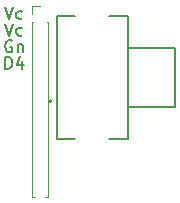
<source format=gbr>
%TF.GenerationSoftware,KiCad,Pcbnew,7.0.5-0*%
%TF.CreationDate,2023-06-18T22:27:15-04:00*%
%TF.ProjectId,esp_connectors,6573705f-636f-46e6-9e65-63746f72732e,rev?*%
%TF.SameCoordinates,Original*%
%TF.FileFunction,Legend,Top*%
%TF.FilePolarity,Positive*%
%FSLAX46Y46*%
G04 Gerber Fmt 4.6, Leading zero omitted, Abs format (unit mm)*
G04 Created by KiCad (PCBNEW 7.0.5-0) date 2023-06-18 22:27:15*
%MOMM*%
%LPD*%
G01*
G04 APERTURE LIST*
%ADD10C,0.150000*%
%ADD11C,0.120000*%
%ADD12C,0.127000*%
%ADD13C,0.200000*%
G04 APERTURE END LIST*
D10*
%TO.C,Vc*%
X157038095Y-82054819D02*
X157371428Y-83054819D01*
X157371428Y-83054819D02*
X157704761Y-82054819D01*
X158466666Y-83007200D02*
X158371428Y-83054819D01*
X158371428Y-83054819D02*
X158180952Y-83054819D01*
X158180952Y-83054819D02*
X158085714Y-83007200D01*
X158085714Y-83007200D02*
X158038095Y-82959580D01*
X158038095Y-82959580D02*
X157990476Y-82864342D01*
X157990476Y-82864342D02*
X157990476Y-82578628D01*
X157990476Y-82578628D02*
X158038095Y-82483390D01*
X158038095Y-82483390D02*
X158085714Y-82435771D01*
X158085714Y-82435771D02*
X158180952Y-82388152D01*
X158180952Y-82388152D02*
X158371428Y-82388152D01*
X158371428Y-82388152D02*
X158466666Y-82435771D01*
%TO.C,Gn*%
X157609523Y-83502438D02*
X157514285Y-83454819D01*
X157514285Y-83454819D02*
X157371428Y-83454819D01*
X157371428Y-83454819D02*
X157228571Y-83502438D01*
X157228571Y-83502438D02*
X157133333Y-83597676D01*
X157133333Y-83597676D02*
X157085714Y-83692914D01*
X157085714Y-83692914D02*
X157038095Y-83883390D01*
X157038095Y-83883390D02*
X157038095Y-84026247D01*
X157038095Y-84026247D02*
X157085714Y-84216723D01*
X157085714Y-84216723D02*
X157133333Y-84311961D01*
X157133333Y-84311961D02*
X157228571Y-84407200D01*
X157228571Y-84407200D02*
X157371428Y-84454819D01*
X157371428Y-84454819D02*
X157466666Y-84454819D01*
X157466666Y-84454819D02*
X157609523Y-84407200D01*
X157609523Y-84407200D02*
X157657142Y-84359580D01*
X157657142Y-84359580D02*
X157657142Y-84026247D01*
X157657142Y-84026247D02*
X157466666Y-84026247D01*
X158085714Y-83788152D02*
X158085714Y-84454819D01*
X158085714Y-83883390D02*
X158133333Y-83835771D01*
X158133333Y-83835771D02*
X158228571Y-83788152D01*
X158228571Y-83788152D02*
X158371428Y-83788152D01*
X158371428Y-83788152D02*
X158466666Y-83835771D01*
X158466666Y-83835771D02*
X158514285Y-83931009D01*
X158514285Y-83931009D02*
X158514285Y-84454819D01*
%TO.C,D4*%
X157061905Y-85854819D02*
X157061905Y-84854819D01*
X157061905Y-84854819D02*
X157300000Y-84854819D01*
X157300000Y-84854819D02*
X157442857Y-84902438D01*
X157442857Y-84902438D02*
X157538095Y-84997676D01*
X157538095Y-84997676D02*
X157585714Y-85092914D01*
X157585714Y-85092914D02*
X157633333Y-85283390D01*
X157633333Y-85283390D02*
X157633333Y-85426247D01*
X157633333Y-85426247D02*
X157585714Y-85616723D01*
X157585714Y-85616723D02*
X157538095Y-85711961D01*
X157538095Y-85711961D02*
X157442857Y-85807200D01*
X157442857Y-85807200D02*
X157300000Y-85854819D01*
X157300000Y-85854819D02*
X157061905Y-85854819D01*
X158490476Y-85188152D02*
X158490476Y-85854819D01*
X158252381Y-84807200D02*
X158014286Y-85521485D01*
X158014286Y-85521485D02*
X158633333Y-85521485D01*
%TO.C,Vc*%
X157038095Y-80654819D02*
X157371428Y-81654819D01*
X157371428Y-81654819D02*
X157704761Y-80654819D01*
X158466666Y-81607200D02*
X158371428Y-81654819D01*
X158371428Y-81654819D02*
X158180952Y-81654819D01*
X158180952Y-81654819D02*
X158085714Y-81607200D01*
X158085714Y-81607200D02*
X158038095Y-81559580D01*
X158038095Y-81559580D02*
X157990476Y-81464342D01*
X157990476Y-81464342D02*
X157990476Y-81178628D01*
X157990476Y-81178628D02*
X158038095Y-81083390D01*
X158038095Y-81083390D02*
X158085714Y-81035771D01*
X158085714Y-81035771D02*
X158180952Y-80988152D01*
X158180952Y-80988152D02*
X158371428Y-80988152D01*
X158371428Y-80988152D02*
X158466666Y-81035771D01*
D11*
%TO.C,J1*%
X159305000Y-80515000D02*
X160000000Y-80515000D01*
X159305000Y-81200000D02*
X159305000Y-80515000D01*
X159305000Y-81885000D02*
X159305000Y-96760000D01*
X159305000Y-81885000D02*
X159391724Y-81885000D01*
X159305000Y-96760000D02*
X159605507Y-96760000D01*
X160394493Y-96760000D02*
X160695000Y-96760000D01*
X160608276Y-81885000D02*
X160695000Y-81885000D01*
X160695000Y-81885000D02*
X160695000Y-96760000D01*
D12*
%TO.C,S1*%
X161400000Y-91800000D02*
X162947500Y-91800000D01*
X167400000Y-91800000D02*
X165852500Y-91800000D01*
X167400000Y-91800000D02*
X167400000Y-89100000D01*
X167400000Y-89100000D02*
X171400000Y-89100000D01*
X167400000Y-89100000D02*
X167400000Y-84100000D01*
X171400000Y-89100000D02*
X171400000Y-84100000D01*
X167400000Y-84100000D02*
X167400000Y-81400000D01*
X171400000Y-84100000D02*
X167400000Y-84100000D01*
X161400000Y-81400000D02*
X161400000Y-91800000D01*
X162947500Y-81400000D02*
X161400000Y-81400000D01*
X167400000Y-81400000D02*
X165852500Y-81400000D01*
D13*
X160950000Y-88600000D02*
G75*
G03*
X160950000Y-88600000I-100000J0D01*
G01*
%TD*%
M02*

</source>
